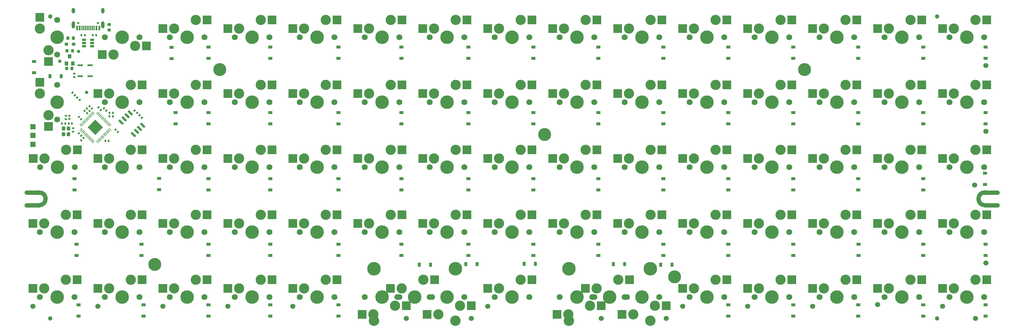
<source format=gbs>
%TF.GenerationSoftware,KiCad,Pcbnew,(6.0.4)*%
%TF.CreationDate,2022-10-29T20:58:51+01:00*%
%TF.ProjectId,nova75,6e6f7661-3735-42e6-9b69-6361645f7063,rev?*%
%TF.SameCoordinates,Original*%
%TF.FileFunction,Soldermask,Bot*%
%TF.FilePolarity,Negative*%
%FSLAX46Y46*%
G04 Gerber Fmt 4.6, Leading zero omitted, Abs format (unit mm)*
G04 Created by KiCad (PCBNEW (6.0.4)) date 2022-10-29 20:58:51*
%MOMM*%
%LPD*%
G01*
G04 APERTURE LIST*
G04 Aperture macros list*
%AMRoundRect*
0 Rectangle with rounded corners*
0 $1 Rounding radius*
0 $2 $3 $4 $5 $6 $7 $8 $9 X,Y pos of 4 corners*
0 Add a 4 corners polygon primitive as box body*
4,1,4,$2,$3,$4,$5,$6,$7,$8,$9,$2,$3,0*
0 Add four circle primitives for the rounded corners*
1,1,$1+$1,$2,$3*
1,1,$1+$1,$4,$5*
1,1,$1+$1,$6,$7*
1,1,$1+$1,$8,$9*
0 Add four rect primitives between the rounded corners*
20,1,$1+$1,$2,$3,$4,$5,0*
20,1,$1+$1,$4,$5,$6,$7,0*
20,1,$1+$1,$6,$7,$8,$9,0*
20,1,$1+$1,$8,$9,$2,$3,0*%
G04 Aperture macros list end*
%ADD10C,1.250000*%
%ADD11C,3.000000*%
%ADD12C,1.750000*%
%ADD13C,3.987800*%
%ADD14R,2.550000X2.500000*%
%ADD15C,2.200000*%
%ADD16C,3.800000*%
%ADD17C,3.048000*%
%ADD18C,1.300000*%
%ADD19R,2.500000X2.550000*%
%ADD20C,1.500000*%
%ADD21R,1.200000X0.900000*%
%ADD22R,1.500000X1.500000*%
%ADD23RoundRect,0.225000X-0.225000X-0.250000X0.225000X-0.250000X0.225000X0.250000X-0.225000X0.250000X0*%
%ADD24RoundRect,0.135000X0.226274X0.035355X0.035355X0.226274X-0.226274X-0.035355X-0.035355X-0.226274X0*%
%ADD25RoundRect,0.140000X-0.021213X0.219203X-0.219203X0.021213X0.021213X-0.219203X0.219203X-0.021213X0*%
%ADD26RoundRect,0.120000X-0.380000X-0.280000X0.380000X-0.280000X0.380000X0.280000X-0.380000X0.280000X0*%
%ADD27RoundRect,0.150000X0.350000X-0.425000X0.350000X0.425000X-0.350000X0.425000X-0.350000X-0.425000X0*%
%ADD28R,0.900000X1.200000*%
%ADD29RoundRect,0.082500X-0.667500X0.192500X-0.667500X-0.192500X0.667500X-0.192500X0.667500X0.192500X0*%
%ADD30C,0.650000*%
%ADD31R,0.600000X1.450000*%
%ADD32R,0.300000X1.450000*%
%ADD33O,1.000000X1.600000*%
%ADD34O,1.000000X2.100000*%
%ADD35RoundRect,0.135000X0.185000X-0.135000X0.185000X0.135000X-0.185000X0.135000X-0.185000X-0.135000X0*%
%ADD36RoundRect,0.140000X-0.140000X-0.170000X0.140000X-0.170000X0.140000X0.170000X-0.140000X0.170000X0*%
%ADD37RoundRect,0.050000X0.309359X-0.238649X-0.238649X0.309359X-0.309359X0.238649X0.238649X-0.309359X0*%
%ADD38RoundRect,0.050000X0.309359X0.238649X0.238649X0.309359X-0.309359X-0.238649X-0.238649X-0.309359X0*%
%ADD39RoundRect,0.144000X2.059095X0.000000X0.000000X2.059095X-2.059095X0.000000X0.000000X-2.059095X0*%
%ADD40C,1.000000*%
%ADD41RoundRect,0.135000X-0.135000X-0.185000X0.135000X-0.185000X0.135000X0.185000X-0.135000X0.185000X0*%
%ADD42RoundRect,0.150000X0.618718X-0.406586X-0.406586X0.618718X-0.618718X0.406586X0.406586X-0.618718X0*%
%ADD43RoundRect,0.135000X-0.226274X-0.035355X-0.035355X-0.226274X0.226274X0.035355X0.035355X0.226274X0*%
%ADD44RoundRect,0.135000X-0.185000X0.135000X-0.185000X-0.135000X0.185000X-0.135000X0.185000X0.135000X0*%
%ADD45RoundRect,0.140000X0.140000X0.170000X-0.140000X0.170000X-0.140000X-0.170000X0.140000X-0.170000X0*%
%ADD46RoundRect,0.140000X-0.219203X-0.021213X-0.021213X-0.219203X0.219203X0.021213X0.021213X0.219203X0*%
%ADD47RoundRect,0.218750X0.256250X-0.218750X0.256250X0.218750X-0.256250X0.218750X-0.256250X-0.218750X0*%
%ADD48RoundRect,0.140000X0.219203X0.021213X0.021213X0.219203X-0.219203X-0.021213X-0.021213X-0.219203X0*%
%ADD49RoundRect,0.150000X0.475000X0.150000X-0.475000X0.150000X-0.475000X-0.150000X0.475000X-0.150000X0*%
%ADD50RoundRect,0.147500X0.172500X-0.147500X0.172500X0.147500X-0.172500X0.147500X-0.172500X-0.147500X0*%
%ADD51RoundRect,0.218750X0.218750X0.256250X-0.218750X0.256250X-0.218750X-0.256250X0.218750X-0.256250X0*%
%ADD52R,1.016000X1.200000*%
G04 APERTURE END LIST*
D10*
X28990518Y-109767675D02*
X32699418Y-109767675D01*
X32699418Y-106017675D02*
X28990518Y-106017675D01*
X32699418Y-109767675D02*
G75*
G03*
X32699418Y-106017675I0J1875000D01*
G01*
X309984710Y-109764059D02*
X313693610Y-109764059D01*
X313693610Y-106014059D02*
X309984710Y-106014059D01*
X309984710Y-106014059D02*
G75*
G03*
X309984710Y-109764059I0J-1875000D01*
G01*
D11*
X148481700Y-77006330D03*
X154831700Y-74466330D03*
D12*
X147211700Y-79546330D03*
D13*
X152291700Y-79546330D03*
D12*
X157371700Y-79546330D03*
D14*
X145206700Y-77006330D03*
X158133700Y-74466330D03*
D11*
X116731700Y-74466330D03*
D12*
X109111700Y-79546330D03*
X119271700Y-79546330D03*
D11*
X110381700Y-77006330D03*
D13*
X114191700Y-79546330D03*
D14*
X107106700Y-77006330D03*
X120033700Y-74466330D03*
D12*
X166261700Y-60496330D03*
D11*
X173881700Y-55416330D03*
D12*
X176421700Y-60496330D03*
D13*
X171341700Y-60496330D03*
D11*
X167531700Y-57956330D03*
D14*
X164256700Y-57956330D03*
X177183700Y-55416330D03*
D13*
X228491700Y-136696330D03*
D11*
X224681700Y-134156330D03*
D12*
X233571700Y-136696330D03*
D11*
X231031700Y-131616330D03*
D12*
X223411700Y-136696330D03*
D14*
X221406700Y-134156330D03*
X234333700Y-131616330D03*
D11*
X130701700Y-141776330D03*
D13*
X133241700Y-136696330D03*
D12*
X128161700Y-136696330D03*
X138321700Y-136696330D03*
D11*
X137051700Y-139236330D03*
D14*
X140326700Y-139236330D03*
X127399700Y-141776330D03*
D12*
X166261700Y-79546330D03*
D13*
X171341700Y-79546330D03*
D12*
X176421700Y-79546330D03*
D11*
X167531700Y-77006330D03*
X173881700Y-74466330D03*
D14*
X164256700Y-77006330D03*
X177183700Y-74466330D03*
D12*
X223411700Y-60496330D03*
X233571700Y-60496330D03*
D13*
X228491700Y-60496330D03*
D11*
X231031700Y-55416330D03*
X224681700Y-57956330D03*
D14*
X221406700Y-57956330D03*
X234333700Y-55416330D03*
D15*
X218990617Y-130796675D03*
X219366377Y-130796675D03*
X218608281Y-130796675D03*
D16*
X218990617Y-130796675D03*
D12*
X280561700Y-98596330D03*
D11*
X281831700Y-96056330D03*
D13*
X285641700Y-98596330D03*
D11*
X288181700Y-93516330D03*
D12*
X290721700Y-98596330D03*
D14*
X278556700Y-96056330D03*
X291483700Y-93516330D03*
D12*
X109111700Y-60496330D03*
D11*
X110381700Y-57956330D03*
D12*
X119271700Y-60496330D03*
D13*
X114191700Y-60496330D03*
D11*
X116731700Y-55416330D03*
D14*
X107106700Y-57956330D03*
X120033700Y-55416330D03*
D12*
X195471700Y-98596330D03*
X185311700Y-98596330D03*
D11*
X192931700Y-93516330D03*
X186581700Y-96056330D03*
D13*
X190391700Y-98596330D03*
D14*
X183306700Y-96056330D03*
X196233700Y-93516330D03*
D11*
X53231700Y-77006330D03*
D13*
X57041700Y-79546330D03*
D12*
X51961700Y-79546330D03*
D11*
X59581700Y-74466330D03*
D12*
X62121700Y-79546330D03*
D14*
X49956700Y-77006330D03*
X62883700Y-74466330D03*
D12*
X71011700Y-60496330D03*
D11*
X78631700Y-55416330D03*
X72281700Y-57956330D03*
D12*
X81171700Y-60496330D03*
D13*
X76091700Y-60496330D03*
D14*
X69006700Y-57956330D03*
X81933700Y-55416330D03*
D13*
X142766700Y-136696330D03*
D17*
X130828700Y-143681330D03*
D13*
X130828700Y-128441330D03*
X154704700Y-128441330D03*
D11*
X145306700Y-131616330D03*
D12*
X137686700Y-136696330D03*
D11*
X138956700Y-134156330D03*
D17*
X154704700Y-143681330D03*
D12*
X147846700Y-136696330D03*
D14*
X135681700Y-134156330D03*
X148608700Y-131616330D03*
D12*
X252621700Y-60496330D03*
D11*
X243731700Y-57956330D03*
D12*
X242461700Y-60496330D03*
D13*
X247541700Y-60496330D03*
D11*
X250081700Y-55416330D03*
D14*
X240456700Y-57956330D03*
X253383700Y-55416330D03*
D11*
X97681700Y-112566330D03*
X91331700Y-115106330D03*
D13*
X95141700Y-117646330D03*
D12*
X100221700Y-117646330D03*
X90061700Y-117646330D03*
D14*
X88056700Y-115106330D03*
X100983700Y-112566330D03*
D15*
X85990723Y-70017291D03*
X85232627Y-70017291D03*
X85614963Y-70017291D03*
D16*
X85614963Y-70017291D03*
D12*
X261511700Y-98596330D03*
X271671700Y-98596330D03*
D11*
X262781700Y-96056330D03*
X269131700Y-93516330D03*
D13*
X266591700Y-98596330D03*
D14*
X259506700Y-96056330D03*
X272433700Y-93516330D03*
D11*
X307231700Y-93516330D03*
D13*
X304691700Y-98596330D03*
D12*
X299611700Y-98596330D03*
X309771700Y-98596330D03*
D11*
X300881700Y-96056330D03*
D14*
X297606700Y-96056330D03*
X310533700Y-93516330D03*
D11*
X97681700Y-93516330D03*
D12*
X100221700Y-98596330D03*
D13*
X95141700Y-98596330D03*
D11*
X91331700Y-96056330D03*
D12*
X90061700Y-98596330D03*
D14*
X88056700Y-96056330D03*
X100983700Y-93516330D03*
D18*
X295928700Y-142944330D03*
D11*
X34181700Y-134156330D03*
D13*
X37991700Y-136696330D03*
D11*
X40531700Y-131616330D03*
D12*
X32911700Y-136696330D03*
X43071700Y-136696330D03*
D14*
X30906700Y-134156330D03*
X43833700Y-131616330D03*
D11*
X129431700Y-77006330D03*
D12*
X138321700Y-79546330D03*
X128161700Y-79546330D03*
D11*
X135781700Y-74466330D03*
D13*
X133241700Y-79546330D03*
D14*
X126156700Y-77006330D03*
X139083700Y-74466330D03*
D13*
X37991700Y-60496330D03*
D11*
X32911700Y-57956330D03*
X35451700Y-64306330D03*
D12*
X37991700Y-55416330D03*
X37991700Y-65576330D03*
D19*
X35451700Y-67581330D03*
X32911700Y-54654330D03*
D11*
X78631700Y-112566330D03*
X72281700Y-115106330D03*
D12*
X71011700Y-117646330D03*
D13*
X76091700Y-117646330D03*
D12*
X81171700Y-117646330D03*
D14*
X69006700Y-115106330D03*
X81933700Y-112566330D03*
D12*
X147211700Y-117646330D03*
D11*
X148481700Y-115106330D03*
D12*
X157371700Y-117646330D03*
D13*
X152291700Y-117646330D03*
D11*
X154831700Y-112566330D03*
D14*
X145206700Y-115106330D03*
X158133700Y-112566330D03*
D12*
X271671700Y-136696330D03*
D11*
X269131700Y-131616330D03*
D12*
X261511700Y-136696330D03*
D13*
X266591700Y-136696330D03*
D11*
X262781700Y-134156330D03*
D14*
X259506700Y-134156330D03*
X272433700Y-131616330D03*
D13*
X228491700Y-98596330D03*
D11*
X224681700Y-96056330D03*
D12*
X233571700Y-98596330D03*
X223411700Y-98596330D03*
D11*
X231031700Y-93516330D03*
D14*
X221406700Y-96056330D03*
X234333700Y-93516330D03*
D18*
X295928700Y-54425330D03*
D12*
X62121700Y-60496330D03*
X51961700Y-60496330D03*
D11*
X54501700Y-65576330D03*
X60851700Y-63036330D03*
D13*
X57041700Y-60496330D03*
D14*
X64126700Y-63036330D03*
X51199700Y-65576330D03*
D13*
X76091700Y-79546330D03*
D11*
X72281700Y-77006330D03*
D12*
X71011700Y-79546330D03*
X81171700Y-79546330D03*
D11*
X78631700Y-74466330D03*
D14*
X69006700Y-77006330D03*
X81933700Y-74466330D03*
D12*
X157371700Y-60496330D03*
D11*
X154831700Y-55416330D03*
D12*
X147211700Y-60496330D03*
D13*
X152291700Y-60496330D03*
D11*
X148481700Y-57956330D03*
D14*
X145206700Y-57956330D03*
X158133700Y-55416330D03*
D12*
X214521700Y-60496330D03*
X204361700Y-60496330D03*
D13*
X209441700Y-60496330D03*
D11*
X211981700Y-55416330D03*
X205631700Y-57956330D03*
D14*
X202356700Y-57956330D03*
X215283700Y-55416330D03*
D13*
X190391700Y-79546330D03*
D11*
X192931700Y-74466330D03*
D12*
X195471700Y-79546330D03*
D11*
X186581700Y-77006330D03*
D12*
X185311700Y-79546330D03*
D14*
X183306700Y-77006330D03*
X196233700Y-74466330D03*
D12*
X299611700Y-79546330D03*
D11*
X307231700Y-74466330D03*
X300881700Y-77006330D03*
D12*
X309771700Y-79546330D03*
D13*
X304691700Y-79546330D03*
D14*
X297606700Y-77006330D03*
X310533700Y-74466330D03*
D12*
X214521700Y-117646330D03*
D13*
X209441700Y-117646330D03*
D11*
X211981700Y-112566330D03*
D12*
X204361700Y-117646330D03*
D11*
X205631700Y-115106330D03*
D14*
X202356700Y-115106330D03*
X215283700Y-112566330D03*
D12*
X280561700Y-117646330D03*
D11*
X281831700Y-115106330D03*
X288181700Y-112566330D03*
D12*
X290721700Y-117646330D03*
D13*
X285641700Y-117646330D03*
D14*
X278556700Y-115106330D03*
X291483700Y-112566330D03*
D13*
X57041700Y-136696330D03*
D11*
X53231700Y-134156330D03*
D12*
X62121700Y-136696330D03*
X51961700Y-136696330D03*
D11*
X59581700Y-131616330D03*
D14*
X49956700Y-134156330D03*
X62883700Y-131616330D03*
D11*
X269131700Y-112566330D03*
X262781700Y-115106330D03*
D12*
X261511700Y-117646330D03*
D13*
X266591700Y-117646330D03*
D12*
X271671700Y-117646330D03*
D14*
X259506700Y-115106330D03*
X272433700Y-112566330D03*
D11*
X148481700Y-96056330D03*
D12*
X147211700Y-98596330D03*
D11*
X154831700Y-93516330D03*
D13*
X152291700Y-98596330D03*
D12*
X157371700Y-98596330D03*
D14*
X145206700Y-96056330D03*
X158133700Y-93516330D03*
D11*
X186581700Y-115106330D03*
X192931700Y-112566330D03*
D13*
X190391700Y-117646330D03*
D12*
X185311700Y-117646330D03*
X195471700Y-117646330D03*
D14*
X183306700Y-115106330D03*
X196233700Y-112566330D03*
D12*
X309771700Y-60496330D03*
D11*
X300881700Y-57956330D03*
D12*
X299611700Y-60496330D03*
D11*
X307231700Y-55416330D03*
D13*
X304691700Y-60496330D03*
D14*
X297606700Y-57956330D03*
X310533700Y-55416330D03*
D11*
X78631700Y-93516330D03*
D13*
X76091700Y-98596330D03*
D11*
X72281700Y-96056330D03*
D12*
X81171700Y-98596330D03*
X71011700Y-98596330D03*
D14*
X69006700Y-96056330D03*
X81933700Y-93516330D03*
D12*
X32984433Y-98592690D03*
X43144433Y-98592690D03*
D13*
X38064433Y-98592690D03*
D11*
X34254433Y-96052690D03*
X40604433Y-93512690D03*
D14*
X30979433Y-96052690D03*
X43906433Y-93512690D03*
D12*
X166261700Y-98596330D03*
D13*
X171341700Y-98596330D03*
D12*
X176421700Y-98596330D03*
D11*
X167531700Y-96056330D03*
X173881700Y-93516330D03*
D14*
X164256700Y-96056330D03*
X177183700Y-93516330D03*
D12*
X90061700Y-60496330D03*
D13*
X95141700Y-60496330D03*
D11*
X97681700Y-55416330D03*
X91331700Y-57956330D03*
D12*
X100221700Y-60496330D03*
D14*
X88056700Y-57956330D03*
X100983700Y-55416330D03*
D11*
X243731700Y-77006330D03*
D12*
X252621700Y-79546330D03*
D11*
X250081700Y-74466330D03*
D12*
X242461700Y-79546330D03*
D13*
X247541700Y-79546330D03*
D14*
X240456700Y-77006330D03*
X253383700Y-74466330D03*
D11*
X281831700Y-57956330D03*
D13*
X285641700Y-60496330D03*
D11*
X288181700Y-55416330D03*
D12*
X290721700Y-60496330D03*
X280561700Y-60496330D03*
D14*
X278556700Y-57956330D03*
X291483700Y-55416330D03*
D11*
X269131700Y-74466330D03*
D12*
X261511700Y-79546330D03*
D13*
X266591700Y-79546330D03*
D11*
X262781700Y-77006330D03*
D12*
X271671700Y-79546330D03*
D14*
X259506700Y-77006330D03*
X272433700Y-74466330D03*
D12*
X204361700Y-136696330D03*
D11*
X213251700Y-139236330D03*
X206901700Y-141776330D03*
D12*
X214521700Y-136696330D03*
D13*
X209441700Y-136696330D03*
D14*
X216526700Y-139236330D03*
X203599700Y-141776330D03*
D12*
X309771700Y-117646330D03*
D13*
X304691700Y-117646330D03*
D11*
X307231700Y-112566330D03*
D12*
X299611700Y-117646330D03*
D11*
X300881700Y-115106330D03*
D14*
X297606700Y-115106330D03*
X310533700Y-112566330D03*
D12*
X128161700Y-60496330D03*
D11*
X129431700Y-57956330D03*
D12*
X138321700Y-60496330D03*
D13*
X133241700Y-60496330D03*
D11*
X135781700Y-55416330D03*
D14*
X126156700Y-57956330D03*
X139083700Y-55416330D03*
D12*
X299611700Y-136696330D03*
D13*
X304691700Y-136696330D03*
D11*
X307231700Y-131616330D03*
D12*
X309771700Y-136696330D03*
D11*
X300881700Y-134156330D03*
D14*
X297606700Y-134156330D03*
X310533700Y-131616330D03*
D11*
X91331700Y-77006330D03*
D12*
X90061700Y-79546330D03*
D13*
X95141700Y-79546330D03*
D12*
X100221700Y-79546330D03*
D11*
X97681700Y-74466330D03*
D14*
X88056700Y-77006330D03*
X100983700Y-74466330D03*
D17*
X187978700Y-143681330D03*
D13*
X199916700Y-136696330D03*
X211854700Y-128441330D03*
X187978700Y-128441330D03*
D11*
X196106700Y-134156330D03*
D12*
X194836700Y-136696330D03*
D17*
X211854700Y-143681330D03*
D12*
X204996700Y-136696330D03*
D11*
X202456700Y-131616330D03*
D14*
X192831700Y-134156330D03*
X205758700Y-131616330D03*
D11*
X205631700Y-77006330D03*
D12*
X214521700Y-79546330D03*
D13*
X209441700Y-79546330D03*
D12*
X204361700Y-79546330D03*
D11*
X211981700Y-74466330D03*
D14*
X202356700Y-77006330D03*
X215283700Y-74466330D03*
D12*
X176421700Y-136696330D03*
D11*
X173881700Y-131616330D03*
D13*
X171341700Y-136696330D03*
D12*
X166261700Y-136696330D03*
D11*
X167531700Y-134156330D03*
D14*
X164256700Y-134156330D03*
X177183700Y-131616330D03*
D11*
X262781700Y-57956330D03*
D12*
X271671700Y-60496330D03*
X261511700Y-60496330D03*
D13*
X266591700Y-60496330D03*
D11*
X269131700Y-55416330D03*
D14*
X259506700Y-57956330D03*
X272433700Y-55416330D03*
D12*
X166261700Y-117646330D03*
X176421700Y-117646330D03*
D11*
X167531700Y-115106330D03*
D13*
X171341700Y-117646330D03*
D11*
X173881700Y-112566330D03*
D14*
X164256700Y-115106330D03*
X177183700Y-112566330D03*
D12*
X280561700Y-136696330D03*
D13*
X285641700Y-136696330D03*
D12*
X290721700Y-136696330D03*
D11*
X281831700Y-134156330D03*
X288181700Y-131616330D03*
D14*
X278556700Y-134156330D03*
X291483700Y-131616330D03*
D11*
X135781700Y-112566330D03*
D12*
X128161700Y-117646330D03*
X138321700Y-117646330D03*
D11*
X129431700Y-115106330D03*
D13*
X133241700Y-117646330D03*
D14*
X126156700Y-115106330D03*
X139083700Y-112566330D03*
D18*
X35959700Y-54425330D03*
D15*
X257066377Y-69984605D03*
X256684041Y-69984605D03*
X257442137Y-69984605D03*
D16*
X257066377Y-69984605D03*
D11*
X91331700Y-134156330D03*
X97681700Y-131616330D03*
D12*
X100221700Y-136696330D03*
X90061700Y-136696330D03*
D13*
X95141700Y-136696330D03*
D14*
X88056700Y-134156330D03*
X100983700Y-131616330D03*
D11*
X231031700Y-112566330D03*
D13*
X228491700Y-117646330D03*
D12*
X233571700Y-117646330D03*
D11*
X224681700Y-115106330D03*
D12*
X223411700Y-117646330D03*
D14*
X221406700Y-115106330D03*
X234333700Y-112566330D03*
D11*
X250081700Y-131616330D03*
D12*
X252621700Y-136696330D03*
D13*
X247541700Y-136696330D03*
D12*
X242461700Y-136696330D03*
D11*
X243731700Y-134156330D03*
D14*
X240456700Y-134156330D03*
X253383700Y-131616330D03*
D15*
X180870757Y-89073713D03*
X181246517Y-89073713D03*
X180488421Y-89073713D03*
D16*
X180870757Y-89073713D03*
D11*
X59581700Y-112566330D03*
D12*
X51961700Y-117646330D03*
X62121700Y-117646330D03*
D11*
X53231700Y-115106330D03*
D13*
X57041700Y-117646330D03*
D14*
X49956700Y-115106330D03*
X62883700Y-112566330D03*
D11*
X149751700Y-141776330D03*
D12*
X157371700Y-136696330D03*
D11*
X156101700Y-139236330D03*
D12*
X147211700Y-136696330D03*
D13*
X152291700Y-136696330D03*
D14*
X159376700Y-139236330D03*
X146449700Y-141776330D03*
D13*
X190391700Y-136696330D03*
D12*
X195471700Y-136696330D03*
X185311700Y-136696330D03*
D11*
X194201700Y-139236330D03*
X187851700Y-141776330D03*
D14*
X197476700Y-139236330D03*
X184549700Y-141776330D03*
D11*
X288181700Y-74466330D03*
D13*
X285641700Y-79546330D03*
D11*
X281831700Y-77006330D03*
D12*
X290721700Y-79546330D03*
X280561700Y-79546330D03*
D14*
X278556700Y-77006330D03*
X291483700Y-74466330D03*
D13*
X114191700Y-98596330D03*
D11*
X116731700Y-93516330D03*
X110381700Y-96056330D03*
D12*
X119271700Y-98596330D03*
X109111700Y-98596330D03*
D14*
X107106700Y-96056330D03*
X120033700Y-93516330D03*
D15*
X66942782Y-127163469D03*
X66184686Y-127163469D03*
X66567022Y-127163469D03*
D16*
X66567022Y-127163469D03*
D11*
X40531700Y-112566330D03*
X34181700Y-115106330D03*
D12*
X43071700Y-117646330D03*
D13*
X37991700Y-117646330D03*
D12*
X32911700Y-117646330D03*
D14*
X30906700Y-115106330D03*
X43833700Y-112566330D03*
D11*
X186581700Y-57956330D03*
D12*
X185311700Y-60496330D03*
X195471700Y-60496330D03*
D11*
X192931700Y-55416330D03*
D13*
X190391700Y-60496330D03*
D14*
X183306700Y-57956330D03*
X196233700Y-55416330D03*
D12*
X37991700Y-74466330D03*
D11*
X35451700Y-83356330D03*
D13*
X37991700Y-79546330D03*
D11*
X32911700Y-77006330D03*
D12*
X37991700Y-84626330D03*
D19*
X35451700Y-86631330D03*
X32911700Y-73704330D03*
D11*
X78631700Y-131616330D03*
D13*
X76091700Y-136696330D03*
D11*
X72281700Y-134156330D03*
D12*
X71011700Y-136696330D03*
X81171700Y-136696330D03*
D14*
X69006700Y-134156330D03*
X81933700Y-131616330D03*
D11*
X224681700Y-77006330D03*
D12*
X223411700Y-79546330D03*
D13*
X228491700Y-79546330D03*
D11*
X231031700Y-74466330D03*
D12*
X233571700Y-79546330D03*
D14*
X221406700Y-77006330D03*
X234333700Y-74466330D03*
D18*
X35959700Y-142944330D03*
D11*
X243731700Y-96056330D03*
D12*
X252621700Y-98596330D03*
D13*
X247541700Y-98596330D03*
D12*
X242461700Y-98596330D03*
D11*
X250081700Y-93516330D03*
D14*
X240456700Y-96056330D03*
X253383700Y-93516330D03*
D13*
X209441700Y-98596330D03*
D12*
X204361700Y-98596330D03*
D11*
X205631700Y-96056330D03*
X211981700Y-93516330D03*
D12*
X214521700Y-98596330D03*
D14*
X202356700Y-96056330D03*
X215283700Y-93516330D03*
D13*
X114191700Y-136696330D03*
D11*
X116731700Y-131616330D03*
D12*
X119271700Y-136696330D03*
X109111700Y-136696330D03*
D11*
X110381700Y-134156330D03*
D14*
X107106700Y-134156330D03*
X120033700Y-131616330D03*
D11*
X53231700Y-96056330D03*
D12*
X62121700Y-98596330D03*
X51961700Y-98596330D03*
D11*
X59581700Y-93516330D03*
D13*
X57041700Y-98596330D03*
D14*
X49956700Y-96056330D03*
X62883700Y-93516330D03*
D11*
X110381700Y-115106330D03*
X116731700Y-112566330D03*
D12*
X109111700Y-117646330D03*
D13*
X114191700Y-117646330D03*
D12*
X119271700Y-117646330D03*
D14*
X107106700Y-115106330D03*
X120033700Y-112566330D03*
D12*
X242461700Y-117646330D03*
D11*
X250081700Y-112566330D03*
D12*
X252621700Y-117646330D03*
D11*
X243731700Y-115106330D03*
D13*
X247541700Y-117646330D03*
D14*
X240456700Y-115106330D03*
X253383700Y-112566330D03*
D13*
X133241700Y-98596330D03*
D11*
X135781700Y-93516330D03*
D12*
X138321700Y-98596330D03*
D11*
X129431700Y-96056330D03*
D12*
X128161700Y-98596330D03*
D14*
X126156700Y-96056330D03*
X139083700Y-93516330D03*
D20*
X216553700Y-142944330D03*
X68979700Y-139388330D03*
D21*
X82341700Y-142317330D03*
X82341700Y-139017330D03*
D22*
X30888613Y-86756059D03*
D21*
X215691700Y-124492330D03*
X215691700Y-121192330D03*
D23*
X40899700Y-64458330D03*
X42449700Y-64458330D03*
D21*
X158541700Y-85892330D03*
X158541700Y-82592330D03*
D24*
X43178324Y-77518954D03*
X42457076Y-76797706D03*
D21*
X196641700Y-66692330D03*
X196641700Y-63392330D03*
X82341700Y-66692330D03*
X82341700Y-63392330D03*
D25*
X45697288Y-90046098D03*
X45018466Y-90724920D03*
D26*
X40665920Y-62548108D03*
X42765920Y-62548108D03*
D22*
X30888613Y-89315988D03*
D27*
X39852946Y-88966455D03*
X39852946Y-87216455D03*
X41252946Y-87216455D03*
X41252946Y-88966455D03*
D21*
X120441700Y-66692330D03*
X120441700Y-63392330D03*
X291891700Y-66692330D03*
X291891700Y-63392330D03*
D28*
X218203700Y-127196330D03*
X214903700Y-127196330D03*
D29*
X47643700Y-68675330D03*
X47643700Y-71925330D03*
D25*
X47422963Y-82112492D03*
X46744141Y-82791314D03*
D30*
X49939181Y-56338330D03*
X44159181Y-56338330D03*
D31*
X43799181Y-57783330D03*
X44599181Y-57783330D03*
D32*
X45799181Y-57783330D03*
X46799181Y-57783330D03*
X47299181Y-57783330D03*
X48299181Y-57783330D03*
D31*
X49499181Y-57783330D03*
X50299181Y-57783330D03*
X50299181Y-57783330D03*
X49499181Y-57783330D03*
D32*
X48799181Y-57783330D03*
X47799181Y-57783330D03*
X46299181Y-57783330D03*
X45299181Y-57783330D03*
D31*
X44599181Y-57783330D03*
X43799181Y-57783330D03*
D33*
X51369181Y-52688330D03*
X42729181Y-52688330D03*
D34*
X42729181Y-56868330D03*
X51369181Y-56868330D03*
D35*
X42944700Y-72207330D03*
X42944700Y-71187330D03*
D36*
X53344214Y-82673752D03*
X54304214Y-82673752D03*
D20*
X140353700Y-142944330D03*
D21*
X158541700Y-105317330D03*
X158541700Y-102017330D03*
D28*
X161053700Y-127069330D03*
X157753700Y-127069330D03*
D21*
X310025700Y-103650000D03*
X310025700Y-100350000D03*
D37*
X53458103Y-87540657D03*
X53175260Y-87823500D03*
X52892418Y-88106342D03*
X52609575Y-88389185D03*
X52326732Y-88672028D03*
X52043890Y-88954870D03*
X51761047Y-89237713D03*
X51478204Y-89520556D03*
X51195361Y-89803399D03*
X50912519Y-90086241D03*
X50629676Y-90369084D03*
X50346833Y-90651927D03*
X50063991Y-90934769D03*
X49781148Y-91217612D03*
D38*
X48596744Y-91217612D03*
X48313901Y-90934769D03*
X48031059Y-90651927D03*
X47748216Y-90369084D03*
X47465373Y-90086241D03*
X47182531Y-89803399D03*
X46899688Y-89520556D03*
X46616845Y-89237713D03*
X46334002Y-88954870D03*
X46051160Y-88672028D03*
X45768317Y-88389185D03*
X45485474Y-88106342D03*
X45202632Y-87823500D03*
X44919789Y-87540657D03*
D37*
X44919789Y-86356253D03*
X45202632Y-86073410D03*
X45485474Y-85790568D03*
X45768317Y-85507725D03*
X46051160Y-85224882D03*
X46334002Y-84942040D03*
X46616845Y-84659197D03*
X46899688Y-84376354D03*
X47182531Y-84093511D03*
X47465373Y-83810669D03*
X47748216Y-83527826D03*
X48031059Y-83244983D03*
X48313901Y-82962141D03*
X48596744Y-82679298D03*
D38*
X49781148Y-82679298D03*
X50063991Y-82962141D03*
X50346833Y-83244983D03*
X50629676Y-83527826D03*
X50912519Y-83810669D03*
X51195361Y-84093511D03*
X51478204Y-84376354D03*
X51761047Y-84659197D03*
X52043890Y-84942040D03*
X52326732Y-85224882D03*
X52609575Y-85507725D03*
X52892418Y-85790568D03*
X53175260Y-86073410D03*
X53458103Y-86356253D03*
D39*
X49188946Y-86948455D03*
D21*
X82341700Y-105317330D03*
X82341700Y-102017330D03*
D20*
X221379700Y-139388330D03*
X310279700Y-88080330D03*
D21*
X215691700Y-105317330D03*
X215691700Y-102017330D03*
X310191700Y-66692330D03*
X310191700Y-63392330D03*
X82341700Y-124492330D03*
X82341700Y-121192330D03*
X100491700Y-124492330D03*
X100491700Y-121192330D03*
X82341700Y-85892330D03*
X82341700Y-82592330D03*
X291891700Y-105317330D03*
X291891700Y-102017330D03*
D40*
X38753700Y-67506330D03*
D20*
X107079700Y-139388330D03*
D41*
X45101700Y-59886330D03*
X46121700Y-59886330D03*
D21*
X43071700Y-105317330D03*
X43071700Y-102017330D03*
D20*
X30879700Y-139388330D03*
D36*
X52116877Y-90937455D03*
X53076877Y-90937455D03*
D21*
X234741700Y-105317330D03*
X234741700Y-102017330D03*
D24*
X61411812Y-82695799D03*
X60690564Y-81974551D03*
D21*
X310191700Y-124492330D03*
X310191700Y-121192330D03*
X234741700Y-66692330D03*
X234741700Y-63392330D03*
D20*
X297579700Y-139388330D03*
D21*
X177591700Y-85892330D03*
X177591700Y-82592330D03*
X138941700Y-85892330D03*
X138941700Y-82592330D03*
D20*
X164229700Y-139388330D03*
X259479700Y-139388330D03*
X49929700Y-139388330D03*
D21*
X196641700Y-85892330D03*
X196641700Y-82592330D03*
X291891700Y-142317330D03*
X291891700Y-139017330D03*
X43691700Y-124492330D03*
X43691700Y-121192330D03*
D28*
X147464700Y-127196330D03*
X144164700Y-127196330D03*
D21*
X234741700Y-124492330D03*
X234741700Y-121192330D03*
D42*
X63029115Y-86316532D03*
X62131090Y-87214557D03*
X61233064Y-88112583D03*
X60335039Y-89010608D03*
X56693439Y-85369008D03*
X57591464Y-84470983D03*
X58489490Y-83572957D03*
X59387515Y-82674932D03*
D20*
X197503700Y-142944330D03*
D21*
X215691700Y-85892330D03*
X215691700Y-82592330D03*
X253791700Y-105317330D03*
X253791700Y-102017330D03*
X158541700Y-124492330D03*
X158541700Y-121192330D03*
X253791700Y-142317330D03*
X253791700Y-139017330D03*
X234741700Y-85892330D03*
X234741700Y-82592330D03*
X177591700Y-124492330D03*
X177591700Y-121192330D03*
D29*
X44722700Y-68675330D03*
X44722700Y-71925330D03*
D21*
X63291700Y-142317330D03*
X63291700Y-139017330D03*
D43*
X50077076Y-81115706D03*
X50798324Y-81836954D03*
D28*
X204360700Y-127069330D03*
X201060700Y-127069330D03*
D20*
X88029700Y-139388330D03*
D44*
X40531700Y-83503970D03*
X40531700Y-84523970D03*
D21*
X100491700Y-85892330D03*
X100491700Y-82592330D03*
X138941700Y-124492330D03*
X138941700Y-121192330D03*
X158541700Y-66692330D03*
X158541700Y-63392330D03*
D45*
X42332946Y-85841455D03*
X41372946Y-85841455D03*
D21*
X138941700Y-66692330D03*
X138941700Y-63392330D03*
X291891700Y-124492330D03*
X291891700Y-121192330D03*
D46*
X55051466Y-87611559D03*
X55730288Y-88290381D03*
D21*
X100491700Y-142317330D03*
X100491700Y-139017330D03*
D20*
X159403700Y-142944330D03*
D22*
X30888613Y-91875917D03*
D21*
X234741700Y-142317330D03*
X234741700Y-139017330D03*
D36*
X53344214Y-83658978D03*
X54304214Y-83658978D03*
D21*
X215691700Y-66692330D03*
X215691700Y-63392330D03*
X272924997Y-124476607D03*
X272924997Y-121176607D03*
D28*
X178198700Y-126942330D03*
X174898700Y-126942330D03*
D23*
X40772700Y-69665330D03*
X42322700Y-69665330D03*
D40*
X46627700Y-76650330D03*
D21*
X272841700Y-142317330D03*
X272841700Y-139017330D03*
D47*
X53231700Y-58387830D03*
X53231700Y-56812830D03*
D21*
X272841700Y-105317330D03*
X272841700Y-102017330D03*
X120441700Y-105317330D03*
X120441700Y-102017330D03*
X253791700Y-124492330D03*
X253791700Y-121192330D03*
D20*
X310279700Y-68776330D03*
X278529700Y-138863330D03*
D21*
X196641700Y-105317330D03*
X196641700Y-102017330D03*
D24*
X44575324Y-78915954D03*
X43854076Y-78194706D03*
D21*
X100491700Y-105317330D03*
X100491700Y-102017330D03*
X196641700Y-124492330D03*
X196641700Y-121192330D03*
D48*
X48127611Y-81451963D03*
X47448789Y-80773141D03*
D21*
X177591700Y-66692330D03*
X177591700Y-63392330D03*
D43*
X62091453Y-83399346D03*
X62812701Y-84120594D03*
D21*
X138941700Y-105317330D03*
X138941700Y-102017330D03*
X272841700Y-85892330D03*
X272841700Y-82592330D03*
X67836700Y-105224330D03*
X67836700Y-101924330D03*
D20*
X306977700Y-103828330D03*
D49*
X48183700Y-61222330D03*
X48183700Y-62172330D03*
X48183700Y-63122330D03*
X45833700Y-63122330D03*
X45833700Y-62172330D03*
X45833700Y-61222330D03*
D20*
X310279700Y-126688330D03*
D21*
X31229641Y-70880974D03*
X31229641Y-67580974D03*
D40*
X44239268Y-64669721D03*
D21*
X310191700Y-142317330D03*
X310191700Y-139017330D03*
X177591700Y-105317330D03*
X177591700Y-102017330D03*
X120441700Y-85892330D03*
X120441700Y-82592330D03*
X310191700Y-85892330D03*
X310191700Y-82592330D03*
X291891700Y-85892330D03*
X291891700Y-82592330D03*
D44*
X42602946Y-87181455D03*
X42602946Y-88201455D03*
D21*
X100491700Y-66692330D03*
X100491700Y-63392330D03*
D43*
X51674736Y-81295552D03*
X52395984Y-82016800D03*
D21*
X253791700Y-66692330D03*
X253791700Y-63392330D03*
D50*
X41547700Y-84498970D03*
X41547700Y-83528970D03*
D21*
X44241700Y-142317330D03*
X44241700Y-139017330D03*
D51*
X42716200Y-60775330D03*
X41141200Y-60775330D03*
D25*
X46727168Y-81413306D03*
X46048346Y-82092128D03*
D28*
X39133700Y-71951330D03*
X35833700Y-71951330D03*
D20*
X240429700Y-139388330D03*
D21*
X120441700Y-124492330D03*
X120441700Y-121192330D03*
X120441700Y-142317330D03*
X120441700Y-139017330D03*
D36*
X39372946Y-85841455D03*
X40332946Y-85841455D03*
D21*
X272841700Y-66692330D03*
X272841700Y-63392330D03*
D52*
X42565920Y-68185330D03*
X40665920Y-68185330D03*
X41615920Y-66065330D03*
D48*
X44992201Y-89377715D03*
X44313379Y-88698893D03*
D21*
X72662700Y-85920330D03*
X72662700Y-82620330D03*
X71519700Y-66743330D03*
X71519700Y-63443330D03*
X253791700Y-85892330D03*
X253791700Y-82592330D03*
D48*
X45020085Y-84568169D03*
X44341263Y-83889347D03*
D41*
X48403700Y-59886330D03*
X49423700Y-59886330D03*
D21*
X62741700Y-124492330D03*
X62741700Y-121192330D03*
D20*
X307248700Y-142944330D03*
M02*

</source>
